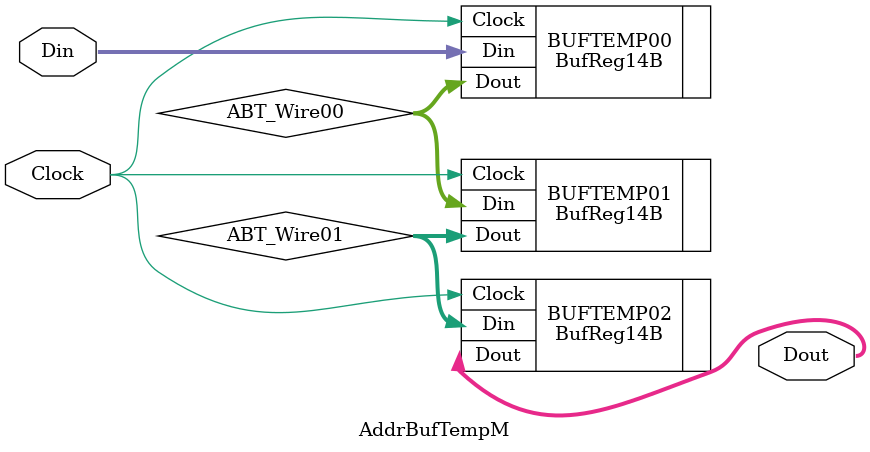
<source format=v>
`timescale	1ns/1ps

module	AddrBufTempM(Dout, Din, Clock)	;

output	[13:0]	Dout	;
wire	[13:0]	Dout	;

input	[13:0]	Din	;
wire	[13:0]	Din	;

input	Clock	;
wire	Clock	;


wire	[13:0]	ABT_Wire00, ABT_Wire01	;

BufReg14B				BUFTEMP00(.Dout(ABT_Wire00), .Din(Din), .Clock(Clock))	;
BufReg14B				BUFTEMP01(.Dout(ABT_Wire01), .Din(ABT_Wire00), .Clock(Clock))	;
BufReg14B				BUFTEMP02(.Dout(Dout), .Din(ABT_Wire01), .Clock(Clock))	;

endmodule


</source>
